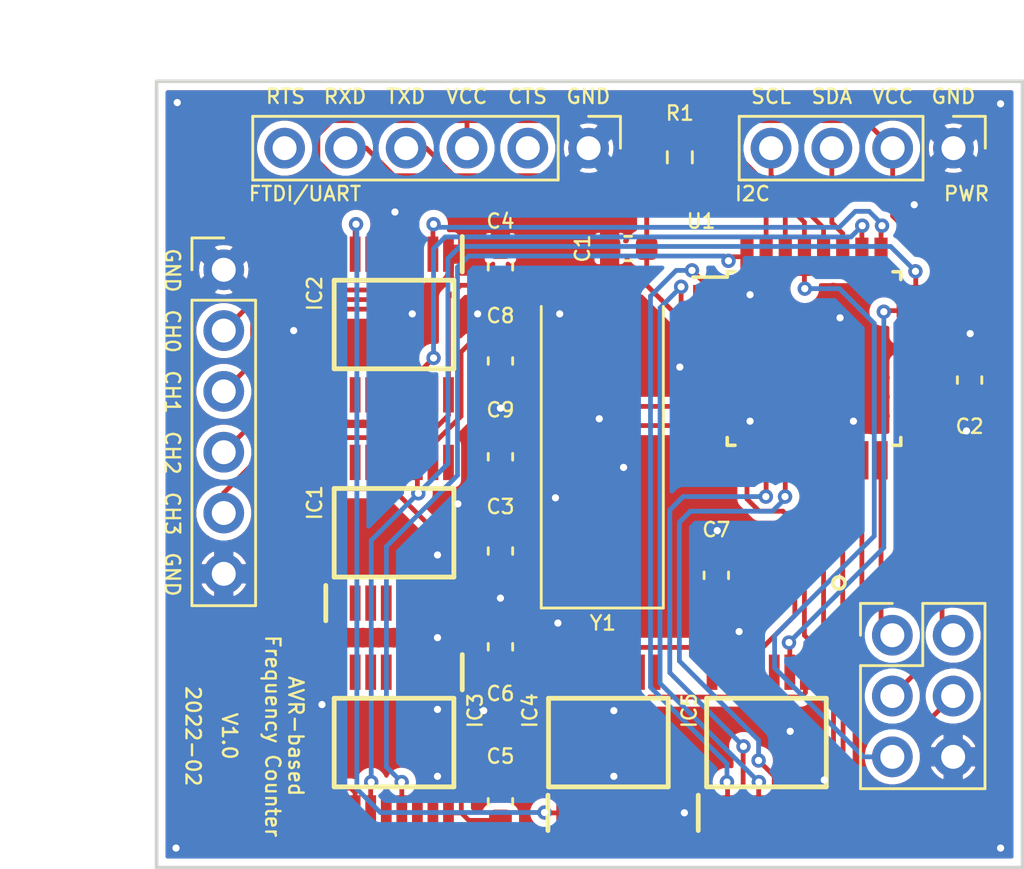
<source format=kicad_pcb>
(kicad_pcb (version 20171130) (host pcbnew 5.1.9+dfsg1-1~bpo10+1)
  (title_block (title "AVR-based Frequency Counter") (date 2022-02-26) (rev 1.0) (company "UAS Technikum Wien"))
  (layers (0 F.Cu signal) (31 B.Cu signal) (34 B.Paste user) (35 F.Paste user) (36 B.SilkS user) (37 F.SilkS user) (38 B.Mask user) (39 F.Mask user) (44 Edge.Cuts user))
  (net 0 "")
  (net 1 GND)
  (net 2 /4M)
  (net 3 +5V)
  (net 4 /PC1)
  (net 5 /1K)
  (net 6 /PC3)
  (net 7 /Y)
  (net 8 "Net-(IC2-Pad6)")
  (net 9 "Net-(IC2-Pad5)")
  (net 10 "Net-(IC2-Pad4)")
  (net 11 "Net-(IC2-Pad3)")
  (net 12 /PC2)
  (net 13 /GATE)
  (net 14 /CLK)
  (net 15 "Net-(IC4-Pad3)")
  (net 16 /T1)
  (net 17 /PC0)
  (net 18 /PB0)
  (net 19 /PB1)
  (net 20 /PB2)
  (net 21 /PD7)
  (net 22 /PD4)
  (net 23 /PD6)
  (net 24 /PD3)
  (net 25 /SCL)
  (net 26 /SDA)
  (net 27 /TXD)
  (net 28 /RXD)
  (net 29 /RST)
  (net 30 /MOSI)
  (net 31 /SCK)
  (net 32 /MISO)
  (net 33 "Net-(C9-Pad1)")
  (module Crystal:Crystal_SMD_HC49-SD (layer F.Cu) (at 151.257 103.8225 90)
    (fp_text reference Y1 (at -7.3279 0.0254) (layer F.SilkS) (effects (font (size 0.6 0.6) (thickness 0.1))))
    (fp_text value 4.096M)
    (pad 2 smd rect (at 4.25 0 90) (size 4.5 2) (layers F.Cu F.Paste F.Mask) (net 2 /4M))
    (pad 1 smd rect (at -4.25 0 90) (size 4.5 2) (layers F.Cu F.Paste F.Mask) (net 33 "Net-(C9-Pad1)"))
  )
  (module Capacitor_SMD:C_0603_1608Metric (layer F.Cu) (at 156.0195 109.1565 270)
    (fp_text reference C7 (at -1.905 0 180) (layer F.SilkS) (effects (font (size 0.6 0.6) (thickness 0.1))))
    (fp_text value 100n)
    (pad 2 smd roundrect (at 0.775 0 270) (size 0.9 0.95) (layers F.Cu F.Paste F.Mask) (net 3 +5V))
    (pad 1 smd roundrect (at -0.775 0 270) (size 0.9 0.95) (layers F.Cu F.Paste F.Mask) (net 1 GND))
  )
  (module Capacitor_SMD:C_0603_1608Metric (layer F.Cu) (at 147.0025 112.141 270)
    (fp_text reference C6 (at 1.9558 0 180) (layer F.SilkS) (effects (font (size 0.6 0.6) (thickness 0.1))))
    (fp_text value 100n)
    (pad 2 smd roundrect (at 0.775 0 270) (size 0.9 0.95) (layers F.Cu F.Paste F.Mask) (net 3 +5V))
    (pad 1 smd roundrect (at -0.775 0 270) (size 0.9 0.95) (layers F.Cu F.Paste F.Mask) (net 1 GND))
  )
  (module Capacitor_SMD:C_0603_1608Metric (layer F.Cu) (at 147.0025 118.618 270)
    (fp_text reference C5 (at -1.905 0 180) (layer F.SilkS) (effects (font (size 0.6 0.6) (thickness 0.1))))
    (fp_text value 100n)
    (pad 2 smd roundrect (at 0.775 0 270) (size 0.9 0.95) (layers F.Cu F.Paste F.Mask) (net 3 +5V))
    (pad 1 smd roundrect (at -0.775 0 270) (size 0.9 0.95) (layers F.Cu F.Paste F.Mask) (net 1 GND))
  )
  (module Capacitor_SMD:C_0603_1608Metric (layer F.Cu) (at 147.0025 96.266 270)
    (fp_text reference C4 (at -1.905 0 180) (layer F.SilkS) (effects (font (size 0.6 0.6) (thickness 0.1))))
    (fp_text value 100n)
    (pad 2 smd roundrect (at 0.775 0 270) (size 0.9 0.95) (layers F.Cu F.Paste F.Mask) (net 3 +5V))
    (pad 1 smd roundrect (at -0.775 0 270) (size 0.9 0.95) (layers F.Cu F.Paste F.Mask) (net 1 GND))
  )
  (module Capacitor_SMD:C_0603_1608Metric (layer F.Cu) (at 147.0025 108.1405 90)
    (fp_text reference C3 (at 1.8545 0 180) (layer F.SilkS) (effects (font (size 0.6 0.6) (thickness 0.1))))
    (fp_text value 100n)
    (pad 2 smd roundrect (at 0.775 0 90) (size 0.9 0.95) (layers F.Cu F.Paste F.Mask) (net 3 +5V))
    (pad 1 smd roundrect (at -0.775 0 90) (size 0.9 0.95) (layers F.Cu F.Paste F.Mask) (net 1 GND))
  )
  (module Capacitor_SMD:C_0603_1608Metric (layer F.Cu) (at 166.6 101 270)
    (fp_text reference C2 (at 1.9335 0 180) (layer F.SilkS) (effects (font (size 0.6 0.6) (thickness 0.1))))
    (fp_text value 100n)
    (pad 2 smd roundrect (at 0.775 0 270) (size 0.9 0.95) (layers F.Cu F.Paste F.Mask) (net 3 +5V))
    (pad 1 smd roundrect (at -0.775 0 270) (size 0.9 0.95) (layers F.Cu F.Paste F.Mask) (net 1 GND))
  )
  (module Capacitor_SMD:C_0603_1608Metric (layer F.Cu) (at 152.3365 95.504)
    (fp_text reference C1 (at -1.905 0 270) (layer F.SilkS) (effects (font (size 0.6 0.6) (thickness 0.1))))
    (fp_text value 100n)
    (pad 2 smd roundrect (at 0.775 0) (size 0.9 0.95) (layers F.Cu F.Paste F.Mask) (net 3 +5V))
    (pad 1 smd roundrect (at -0.775 0) (size 0.9 0.95) (layers F.Cu F.Paste F.Mask) (net 1 GND))
  )
  (module Package_QFP:TQFP-32_7x7mm_P0.8mm (layer F.Cu) (at 160.1 100.1)
    (fp_text reference U1 (at -4.7155 -5.739) (layer F.SilkS) (effects (font (size 0.6 0.6) (thickness 0.1))))
    (fp_text value ATmega8-16AU)
    (pad 32 smd rect (at -2.8 -4.25 90) (size 1.6 0.55) (layers F.Cu F.Paste F.Mask) (net 13 /GATE))
    (pad 31 smd rect (at -2 -4.25 90) (size 1.6 0.55) (layers F.Cu F.Paste F.Mask) (net 27 /TXD))
    (pad 30 smd rect (at -1.2 -4.25 90) (size 1.6 0.55) (layers F.Cu F.Paste F.Mask) (net 28 /RXD))
    (pad 29 smd rect (at -0.4 -4.25 90) (size 1.6 0.55) (layers F.Cu F.Paste F.Mask) (net 29 /RST))
    (pad 28 smd rect (at 0.4 -4.25 90) (size 1.6 0.55) (layers F.Cu F.Paste F.Mask) (net 25 /SCL))
    (pad 27 smd rect (at 1.2 -4.25 90) (size 1.6 0.55) (layers F.Cu F.Paste F.Mask) (net 26 /SDA))
    (pad 26 smd rect (at 2 -4.25 90) (size 1.6 0.55) (layers F.Cu F.Paste F.Mask) (net 6 /PC3))
    (pad 25 smd rect (at 2.8 -4.25 90) (size 1.6 0.55) (layers F.Cu F.Paste F.Mask) (net 12 /PC2))
    (pad 24 smd rect (at 4.25 -2.8) (size 1.6 0.55) (layers F.Cu F.Paste F.Mask) (net 4 /PC1))
    (pad 23 smd rect (at 4.25 -2) (size 1.6 0.55) (layers F.Cu F.Paste F.Mask) (net 17 /PC0))
    (pad 22 smd rect (at 4.25 -1.2) (size 1.6 0.55) (layers F.Cu F.Paste F.Mask))
    (pad 21 smd rect (at 4.25 -0.4) (size 1.6 0.55) (layers F.Cu F.Paste F.Mask) (net 1 GND))
    (pad 20 smd rect (at 4.25 0.4) (size 1.6 0.55) (layers F.Cu F.Paste F.Mask) (net 3 +5V))
    (pad 19 smd rect (at 4.25 1.2) (size 1.6 0.55) (layers F.Cu F.Paste F.Mask))
    (pad 18 smd rect (at 4.25 2) (size 1.6 0.55) (layers F.Cu F.Paste F.Mask) (net 3 +5V))
    (pad 17 smd rect (at 4.25 2.8) (size 1.6 0.55) (layers F.Cu F.Paste F.Mask) (net 31 /SCK))
    (pad 16 smd rect (at 2.8 4.25 90) (size 1.6 0.55) (layers F.Cu F.Paste F.Mask) (net 32 /MISO))
    (pad 15 smd rect (at 2 4.25 90) (size 1.6 0.55) (layers F.Cu F.Paste F.Mask) (net 30 /MOSI))
    (pad 14 smd rect (at 1.2 4.25 90) (size 1.6 0.55) (layers F.Cu F.Paste F.Mask) (net 20 /PB2))
    (pad 13 smd rect (at 0.4 4.25 90) (size 1.6 0.55) (layers F.Cu F.Paste F.Mask) (net 19 /PB1))
    (pad 12 smd rect (at -0.4 4.25 90) (size 1.6 0.55) (layers F.Cu F.Paste F.Mask) (net 18 /PB0))
    (pad 11 smd rect (at -1.2 4.25 90) (size 1.6 0.55) (layers F.Cu F.Paste F.Mask) (net 21 /PD7))
    (pad 10 smd rect (at -2 4.25 90) (size 1.6 0.55) (layers F.Cu F.Paste F.Mask) (net 23 /PD6))
    (pad 9 smd rect (at -2.8 4.25 90) (size 1.6 0.55) (layers F.Cu F.Paste F.Mask) (net 16 /T1))
    (pad 8 smd rect (at -4.25 2.8) (size 1.6 0.55) (layers F.Cu F.Paste F.Mask) (net 33 "Net-(C9-Pad1)"))
    (pad 7 smd rect (at -4.25 2) (size 1.6 0.55) (layers F.Cu F.Paste F.Mask) (net 2 /4M))
    (pad 6 smd rect (at -4.25 1.2) (size 1.6 0.55) (layers F.Cu F.Paste F.Mask) (net 3 +5V))
    (pad 5 smd rect (at -4.25 0.4) (size 1.6 0.55) (layers F.Cu F.Paste F.Mask) (net 1 GND))
    (pad 4 smd rect (at -4.25 -0.4) (size 1.6 0.55) (layers F.Cu F.Paste F.Mask) (net 3 +5V))
    (pad 3 smd rect (at -4.25 -1.2) (size 1.6 0.55) (layers F.Cu F.Paste F.Mask) (net 1 GND))
    (pad 2 smd rect (at -4.25 -2) (size 1.6 0.55) (layers F.Cu F.Paste F.Mask) (net 22 /PD4))
    (pad 1 smd rect (at -4.25 -2.8) (size 1.6 0.55) (layers F.Cu F.Paste F.Mask) (net 24 /PD3))
  )
  (module Resistor_SMD:R_0603_1608Metric (layer F.Cu) (at 154.4955 91.694 90)
    (fp_text reference R1 (at 1.8415 0 180) (layer F.SilkS) (effects (font (size 0.6 0.6) (thickness 0.1))))
    (fp_text value 4k7)
    (pad 1 smd roundrect (at -0.825 0 90) (size 0.8 0.95) (layers F.Cu F.Paste F.Mask) (net 3 +5V))
    (pad 2 smd roundrect (at 0.825 0 90) (size 0.8 0.95) (layers F.Cu F.Paste F.Mask) (net 29 /RST))
  )
  (module Connector_PinHeader_2.54mm:PinHeader_2x03_P2.54mm_Vertical (layer F.Cu) (at 163.3728 111.6584)
    (fp_text reference J4 hide)
    (fp_text value AVR-ISP-6)
    (pad 6 thru_hole oval (at 2.54 5.08) (size 1.7 1.7) (drill 1) (layers *.Cu *.Mask) (net 1 GND))
    (pad 5 thru_hole oval (at 0 5.08) (size 1.7 1.7) (drill 1) (layers *.Cu *.Mask) (net 29 /RST))
    (pad 4 thru_hole oval (at 2.54 2.54) (size 1.7 1.7) (drill 1) (layers *.Cu *.Mask) (net 30 /MOSI))
    (pad 3 thru_hole oval (at 0 2.54) (size 1.7 1.7) (drill 1) (layers *.Cu *.Mask) (net 31 /SCK))
    (pad 2 thru_hole oval (at 2.54 0) (size 1.7 1.7) (drill 1) (layers *.Cu *.Mask) (net 3 +5V))
    (pad 1 thru_hole circle (at 0 0) (size 1.7 1.7) (drill 1) (layers *.Cu *.Mask) (net 32 /MISO))
  )
  (module Connector_PinHeader_2.54mm:PinHeader_1x06_P2.54mm_Vertical (layer F.Cu) (at 135.4455 96.393)
    (fp_text reference J3 hide)
    (fp_text value Input)
    (pad 6 thru_hole oval (at 0 12.7) (size 1.7 1.7) (drill 1) (layers *.Cu *.Mask) (net 1 GND))
    (pad 5 thru_hole oval (at 0 10.16) (size 1.7 1.7) (drill 1) (layers *.Cu *.Mask) (net 11 "Net-(IC2-Pad3)"))
    (pad 4 thru_hole oval (at 0 7.62) (size 1.7 1.7) (drill 1) (layers *.Cu *.Mask) (net 10 "Net-(IC2-Pad4)"))
    (pad 3 thru_hole oval (at 0 5.08) (size 1.7 1.7) (drill 1) (layers *.Cu *.Mask) (net 9 "Net-(IC2-Pad5)"))
    (pad 2 thru_hole oval (at 0 2.54) (size 1.7 1.7) (drill 1) (layers *.Cu *.Mask) (net 8 "Net-(IC2-Pad6)"))
    (pad 1 thru_hole circle (at 0 0) (size 1.7 1.7) (drill 1) (layers *.Cu *.Mask) (net 1 GND))
  )
  (module Connector_PinHeader_2.54mm:PinHeader_1x06_P2.54mm_Vertical (layer F.Cu) (at 150.6855 91.313 270)
    (fp_text reference J2 hide)
    (fp_text value FTDI)
    (pad 6 thru_hole oval (at 0 12.7 270) (size 1.7 1.7) (drill 1) (layers *.Cu *.Mask))
    (pad 5 thru_hole oval (at 0 10.16 270) (size 1.7 1.7) (drill 1) (layers *.Cu *.Mask) (net 27 /TXD))
    (pad 4 thru_hole oval (at 0 7.62 270) (size 1.7 1.7) (drill 1) (layers *.Cu *.Mask) (net 28 /RXD))
    (pad 3 thru_hole oval (at 0 5.08 270) (size 1.7 1.7) (drill 1) (layers *.Cu *.Mask) (net 3 +5V))
    (pad 2 thru_hole oval (at 0 2.54 270) (size 1.7 1.7) (drill 1) (layers *.Cu *.Mask))
    (pad 1 thru_hole circle (at 0 0 270) (size 1.7 1.7) (drill 1) (layers *.Cu *.Mask) (net 1 GND))
  )
  (module Connector_PinHeader_2.54mm:PinHeader_1x04_P2.54mm_Vertical (layer F.Cu) (at 165.9255 91.313 270)
    (fp_text reference J1 hide)
    (fp_text value PWR/I2C)
    (pad 4 thru_hole oval (at 0 7.62 270) (size 1.7 1.7) (drill 1) (layers *.Cu *.Mask) (net 25 /SCL))
    (pad 3 thru_hole oval (at 0 5.08 270) (size 1.7 1.7) (drill 1) (layers *.Cu *.Mask) (net 26 /SDA))
    (pad 2 thru_hole oval (at 0 2.54 270) (size 1.7 1.7) (drill 1) (layers *.Cu *.Mask) (net 3 +5V))
    (pad 1 thru_hole circle (at 0 0 270) (size 1.7 1.7) (drill 1) (layers *.Cu *.Mask) (net 1 GND))
  )
  (module myfootprint:SOP65P640X120-16N (layer F.Cu) (at 158.115 116.1415 90)
    (fp_text reference IC5 (at 1.3335 -3.2258 90) (layer F.SilkS) (effects (font (size 0.6 0.6) (thickness 0.1))))
    (fp_text value SN74HC4040PW hide)
    (pad 16 smd rect (at 2.938 -2.275 180) (size 0.45 1.475) (layers F.Cu F.Paste F.Mask) (net 3 +5V))
    (pad 15 smd rect (at 2.938 -1.625 180) (size 0.45 1.475) (layers F.Cu F.Paste F.Mask))
    (pad 14 smd rect (at 2.938 -0.975 180) (size 0.45 1.475) (layers F.Cu F.Paste F.Mask))
    (pad 13 smd rect (at 2.938 -0.325 180) (size 0.45 1.475) (layers F.Cu F.Paste F.Mask) (net 16 /T1))
    (pad 12 smd rect (at 2.938 0.325 180) (size 0.45 1.475) (layers F.Cu F.Paste F.Mask))
    (pad 11 smd rect (at 2.938 0.975 180) (size 0.45 1.475) (layers F.Cu F.Paste F.Mask) (net 17 /PC0))
    (pad 10 smd rect (at 2.938 1.625 180) (size 0.45 1.475) (layers F.Cu F.Paste F.Mask) (net 14 /CLK))
    (pad 9 smd rect (at 2.938 2.275 180) (size 0.45 1.475) (layers F.Cu F.Paste F.Mask) (net 18 /PB0))
    (pad 8 smd rect (at -2.938 2.275 180) (size 0.45 1.475) (layers F.Cu F.Paste F.Mask) (net 1 GND))
    (pad 7 smd rect (at -2.938 1.625 180) (size 0.45 1.475) (layers F.Cu F.Paste F.Mask) (net 19 /PB1))
    (pad 6 smd rect (at -2.938 0.975 180) (size 0.45 1.475) (layers F.Cu F.Paste F.Mask) (net 20 /PB2))
    (pad 5 smd rect (at -2.938 0.325 180) (size 0.45 1.475) (layers F.Cu F.Paste F.Mask) (net 21 /PD7))
    (pad 4 smd rect (at -2.938 -0.325 180) (size 0.45 1.475) (layers F.Cu F.Paste F.Mask) (net 22 /PD4))
    (pad 3 smd rect (at -2.938 -0.975 180) (size 0.45 1.475) (layers F.Cu F.Paste F.Mask) (net 23 /PD6))
    (pad 2 smd rect (at -2.938 -1.625 180) (size 0.45 1.475) (layers F.Cu F.Paste F.Mask) (net 24 /PD3))
    (pad 1 smd rect (at -2.938 -2.275 180) (size 0.45 1.475) (layers F.Cu F.Paste F.Mask))
  )
  (module myfootprint:SOP65P640X120-14N (layer F.Cu) (at 151.511 116.1415 90)
    (fp_text reference IC4 (at 1.3335 -3.2766 90) (layer F.SilkS) (effects (font (size 0.6 0.6) (thickness 0.1))))
    (fp_text value SN74HC00PW hide)
    (pad 14 smd rect (at 2.938 -1.95 180) (size 0.45 1.475) (layers F.Cu F.Paste F.Mask) (net 3 +5V))
    (pad 13 smd rect (at 2.938 -1.3 180) (size 0.45 1.475) (layers F.Cu F.Paste F.Mask))
    (pad 12 smd rect (at 2.938 -0.65 180) (size 0.45 1.475) (layers F.Cu F.Paste F.Mask))
    (pad 11 smd rect (at 2.938 0 180) (size 0.45 1.475) (layers F.Cu F.Paste F.Mask))
    (pad 10 smd rect (at 2.938 0.65 180) (size 0.45 1.475) (layers F.Cu F.Paste F.Mask))
    (pad 9 smd rect (at 2.938 1.3 180) (size 0.45 1.475) (layers F.Cu F.Paste F.Mask))
    (pad 8 smd rect (at 2.938 1.95 180) (size 0.45 1.475) (layers F.Cu F.Paste F.Mask))
    (pad 7 smd rect (at -2.938 1.95 180) (size 0.45 1.475) (layers F.Cu F.Paste F.Mask) (net 1 GND))
    (pad 6 smd rect (at -2.938 1.3 180) (size 0.45 1.475) (layers F.Cu F.Paste F.Mask) (net 14 /CLK))
    (pad 5 smd rect (at -2.938 0.65 180) (size 0.45 1.475) (layers F.Cu F.Paste F.Mask) (net 13 /GATE))
    (pad 4 smd rect (at -2.938 0 180) (size 0.45 1.475) (layers F.Cu F.Paste F.Mask) (net 15 "Net-(IC4-Pad3)"))
    (pad 3 smd rect (at -2.938 -0.65 180) (size 0.45 1.475) (layers F.Cu F.Paste F.Mask) (net 15 "Net-(IC4-Pad3)"))
    (pad 2 smd rect (at -2.938 -1.3 180) (size 0.45 1.475) (layers F.Cu F.Paste F.Mask) (net 7 /Y))
    (pad 1 smd rect (at -2.938 -1.95 180) (size 0.45 1.475) (layers F.Cu F.Paste F.Mask) (net 7 /Y))
  )
  (module myfootprint:SOP65P640X120-16N (layer F.Cu) (at 142.5575 116.1415 270)
    (fp_text reference IC3 (at -1.3335 -3.3909 270) (layer F.SilkS) (effects (font (size 0.6 0.6) (thickness 0.1))))
    (fp_text value SN74HC4040PW hide)
    (pad 1 smd rect (at -2.938 -2.275) (size 0.45 1.475) (layers F.Cu F.Paste F.Mask))
    (pad 2 smd rect (at -2.938 -1.625) (size 0.45 1.475) (layers F.Cu F.Paste F.Mask))
    (pad 3 smd rect (at -2.938 -0.975) (size 0.45 1.475) (layers F.Cu F.Paste F.Mask))
    (pad 4 smd rect (at -2.938 -0.325) (size 0.45 1.475) (layers F.Cu F.Paste F.Mask))
    (pad 5 smd rect (at -2.938 0.325) (size 0.45 1.475) (layers F.Cu F.Paste F.Mask))
    (pad 6 smd rect (at -2.938 0.975) (size 0.45 1.475) (layers F.Cu F.Paste F.Mask))
    (pad 7 smd rect (at -2.938 1.625) (size 0.45 1.475) (layers F.Cu F.Paste F.Mask))
    (pad 8 smd rect (at -2.938 2.275) (size 0.45 1.475) (layers F.Cu F.Paste F.Mask) (net 1 GND))
    (pad 9 smd rect (at 2.938 2.275) (size 0.45 1.475) (layers F.Cu F.Paste F.Mask))
    (pad 10 smd rect (at 2.938 1.625) (size 0.45 1.475) (layers F.Cu F.Paste F.Mask) (net 5 /1K))
    (pad 11 smd rect (at 2.938 0.975) (size 0.45 1.475) (layers F.Cu F.Paste F.Mask) (net 4 /PC1))
    (pad 12 smd rect (at 2.938 0.325) (size 0.45 1.475) (layers F.Cu F.Paste F.Mask))
    (pad 13 smd rect (at 2.938 -0.325) (size 0.45 1.475) (layers F.Cu F.Paste F.Mask) (net 13 /GATE))
    (pad 14 smd rect (at 2.938 -0.975) (size 0.45 1.475) (layers F.Cu F.Paste F.Mask))
    (pad 15 smd rect (at 2.938 -1.625) (size 0.45 1.475) (layers F.Cu F.Paste F.Mask))
    (pad 16 smd rect (at 2.938 -2.275) (size 0.45 1.475) (layers F.Cu F.Paste F.Mask) (net 3 +5V))
  )
  (module myfootprint:SOP65P640X120-16N (layer F.Cu) (at 142.5575 98.679 270)
    (fp_text reference IC2 (at -1.2954 3.3147 90) (layer F.SilkS) (effects (font (size 0.6 0.6) (thickness 0.1))))
    (fp_text value SN74HC153PW hide)
    (pad 16 smd rect (at 2.938 -2.275) (size 0.45 1.475) (layers F.Cu F.Paste F.Mask) (net 3 +5V))
    (pad 15 smd rect (at 2.938 -1.625) (size 0.45 1.475) (layers F.Cu F.Paste F.Mask))
    (pad 14 smd rect (at 2.938 -0.975) (size 0.45 1.475) (layers F.Cu F.Paste F.Mask) (net 6 /PC3))
    (pad 13 smd rect (at 2.938 -0.325) (size 0.45 1.475) (layers F.Cu F.Paste F.Mask))
    (pad 12 smd rect (at 2.938 0.325) (size 0.45 1.475) (layers F.Cu F.Paste F.Mask))
    (pad 11 smd rect (at 2.938 0.975) (size 0.45 1.475) (layers F.Cu F.Paste F.Mask))
    (pad 10 smd rect (at 2.938 1.625) (size 0.45 1.475) (layers F.Cu F.Paste F.Mask))
    (pad 9 smd rect (at 2.938 2.275) (size 0.45 1.475) (layers F.Cu F.Paste F.Mask))
    (pad 8 smd rect (at -2.938 2.275) (size 0.45 1.475) (layers F.Cu F.Paste F.Mask) (net 1 GND))
    (pad 7 smd rect (at -2.938 1.625) (size 0.45 1.475) (layers F.Cu F.Paste F.Mask) (net 7 /Y))
    (pad 6 smd rect (at -2.938 0.975) (size 0.45 1.475) (layers F.Cu F.Paste F.Mask) (net 8 "Net-(IC2-Pad6)"))
    (pad 5 smd rect (at -2.938 0.325) (size 0.45 1.475) (layers F.Cu F.Paste F.Mask) (net 9 "Net-(IC2-Pad5)"))
    (pad 4 smd rect (at -2.938 -0.325) (size 0.45 1.475) (layers F.Cu F.Paste F.Mask) (net 10 "Net-(IC2-Pad4)"))
    (pad 3 smd rect (at -2.938 -0.975) (size 0.45 1.475) (layers F.Cu F.Paste F.Mask) (net 11 "Net-(IC2-Pad3)"))
    (pad 2 smd rect (at -2.938 -1.625) (size 0.45 1.475) (layers F.Cu F.Paste F.Mask) (net 12 /PC2))
    (pad 1 smd rect (at -2.938 -2.275) (size 0.45 1.475) (layers F.Cu F.Paste F.Mask) (net 1 GND))
  )
  (module myfootprint:SOP65P640X120-16N (layer F.Cu) (at 142.5575 107.3785 90)
    (fp_text reference IC1 (at 1.2573 -3.3147 90) (layer F.SilkS) (effects (font (size 0.6 0.6) (thickness 0.1))))
    (fp_text value SN74HC4040PW hide)
    (pad 16 smd rect (at 2.938 -2.275 180) (size 0.45 1.475) (layers F.Cu F.Paste F.Mask) (net 3 +5V))
    (pad 15 smd rect (at 2.938 -1.625 180) (size 0.45 1.475) (layers F.Cu F.Paste F.Mask))
    (pad 14 smd rect (at 2.938 -0.975 180) (size 0.45 1.475) (layers F.Cu F.Paste F.Mask))
    (pad 13 smd rect (at 2.938 -0.325 180) (size 0.45 1.475) (layers F.Cu F.Paste F.Mask))
    (pad 12 smd rect (at 2.938 0.325 180) (size 0.45 1.475) (layers F.Cu F.Paste F.Mask))
    (pad 11 smd rect (at 2.938 0.975 180) (size 0.45 1.475) (layers F.Cu F.Paste F.Mask) (net 4 /PC1))
    (pad 10 smd rect (at 2.938 1.625 180) (size 0.45 1.475) (layers F.Cu F.Paste F.Mask) (net 2 /4M))
    (pad 9 smd rect (at 2.938 2.275 180) (size 0.45 1.475) (layers F.Cu F.Paste F.Mask))
    (pad 8 smd rect (at -2.938 2.275 180) (size 0.45 1.475) (layers F.Cu F.Paste F.Mask) (net 1 GND))
    (pad 7 smd rect (at -2.938 1.625 180) (size 0.45 1.475) (layers F.Cu F.Paste F.Mask))
    (pad 6 smd rect (at -2.938 0.975 180) (size 0.45 1.475) (layers F.Cu F.Paste F.Mask))
    (pad 5 smd rect (at -2.938 0.325 180) (size 0.45 1.475) (layers F.Cu F.Paste F.Mask))
    (pad 4 smd rect (at -2.938 -0.325 180) (size 0.45 1.475) (layers F.Cu F.Paste F.Mask))
    (pad 3 smd rect (at -2.938 -0.975 180) (size 0.45 1.475) (layers F.Cu F.Paste F.Mask))
    (pad 2 smd rect (at -2.938 -1.625 180) (size 0.45 1.475) (layers F.Cu F.Paste F.Mask))
    (pad 1 smd rect (at -2.938 -2.275 180) (size 0.45 1.475) (layers F.Cu F.Paste F.Mask) (net 5 /1K))
  )
  (module Capacitor_SMD:C_0603_1608Metric (layer F.Cu) (at 147.0025 104.2035 90)
    (fp_text reference C9 (at 1.9555 0 180) (layer F.SilkS) (effects (font (size 0.6 0.6) (thickness 0.1))))
    (fp_text value 18p)
    (pad 2 smd roundrect (at 0.775 0 90) (size 0.9 0.95) (layers F.Cu F.Paste F.Mask) (net 1 GND))
    (pad 1 smd roundrect (at -0.775 0 90) (size 0.9 0.95) (layers F.Cu F.Paste F.Mask) (net 33 "Net-(C9-Pad1)"))
  )
  (module Capacitor_SMD:C_0603_1608Metric (layer F.Cu) (at 147.0025 100.203 270)
    (fp_text reference C8 (at -1.892 0 180) (layer F.SilkS) (effects (font (size 0.6 0.6) (thickness 0.1))))
    (fp_text value 18p)
    (pad 2 smd roundrect (at 0.775 0 270) (size 0.9 0.95) (layers F.Cu F.Paste F.Mask) (net 1 GND))
    (pad 1 smd roundrect (at -0.775 0 270) (size 0.9 0.95) (layers F.Cu F.Paste F.Mask) (net 2 /4M))
  )
  (gr_text 2022-02 (at 134.1628 115.8748 -90) (layer F.SilkS) (effects (font (size 0.6 0.6) (thickness 0.1))))
  (gr_text V1.0 (at 135.6868 115.8748 -90) (layer F.SilkS) (effects (font (size 0.6 0.6) (thickness 0.1))))
  (gr_text "AVR-based\nFrequency Counter" (at 137.9728 115.8748 270) (layer F.SilkS) (effects (font (size 0.6 0.6) (thickness 0.1))))
  (gr_text GND (at 133.2992 109.1184 270) (layer F.SilkS) (effects (font (size 0.6 0.6) (thickness 0.1))))
  (gr_text CH3 (at 133.2992 106.5784 270) (layer F.SilkS) (effects (font (size 0.6 0.6) (thickness 0.1))))
  (gr_text CH2 (at 133.2992 104.0384 270) (layer F.SilkS) (effects (font (size 0.6 0.6) (thickness 0.1))))
  (gr_text CH1 (at 133.2992 101.4984 270) (layer F.SilkS) (effects (font (size 0.6 0.6) (thickness 0.1))))
  (gr_text CH0 (at 133.2992 98.9584 270) (layer F.SilkS) (effects (font (size 0.6 0.6) (thickness 0.1))))
  (gr_text GND (at 133.2992 96.4184 270) (layer F.SilkS) (effects (font (size 0.6 0.6) (thickness 0.1))))
  (gr_text PWR (at 166.4716 93.218) (layer F.SilkS) (effects (font (size 0.6 0.6) (thickness 0.1))))
  (gr_text I2C (at 157.5308 93.218) (layer F.SilkS) (effects (font (size 0.6 0.6) (thickness 0.1))))
  (gr_text FTDI/UART (at 138.8364 93.218) (layer F.SilkS) (effects (font (size 0.6 0.6) (thickness 0.1))))
  (gr_text RTS (at 138.0236 89.154) (layer F.SilkS) (effects (font (size 0.6 0.6) (thickness 0.1))))
  (gr_text RXD (at 140.5128 89.154) (layer F.SilkS) (effects (font (size 0.6 0.6) (thickness 0.1))))
  (gr_text TXD (at 143.0528 89.154) (layer F.SilkS) (effects (font (size 0.6 0.6) (thickness 0.1))))
  (gr_text VCC (at 145.5928 89.154) (layer F.SilkS) (effects (font (size 0.6 0.6) (thickness 0.1))))
  (gr_text CTS (at 148.1328 89.154) (layer F.SilkS) (effects (font (size 0.6 0.6) (thickness 0.1))))
  (gr_text GND (at 150.6728 89.154) (layer F.SilkS) (effects (font (size 0.6 0.6) (thickness 0.1))))
  (gr_circle (center 161.1376 109.474) (end 161.3916 109.474) (layer F.SilkS) (width 0.15))
  (gr_line (start 132.6388 121.3612) (end 132.6388 88.519) (layer Edge.Cuts) (width 0.15))
  (gr_line (start 168.8084 121.3612) (end 132.6388 121.3612) (layer Edge.Cuts) (width 0.15))
  (gr_line (start 168.8084 88.519) (end 168.8084 121.3612) (layer Edge.Cuts) (width 0.15))
  (gr_line (start 132.6388 88.519) (end 168.8084 88.519) (layer Edge.Cuts) (width 0.15))
  (gr_text SCL (at 158.3055 89.154) (layer F.SilkS) (effects (font (size 0.6 0.6) (thickness 0.1))))
  (gr_text SDA (at 160.8455 89.154) (layer F.SilkS) (effects (font (size 0.6 0.6) (thickness 0.1))))
  (gr_text VCC (at 163.3855 89.154) (layer F.SilkS) (effects (font (size 0.6 0.6) (thickness 0.1))))
  (gr_text GND (at 165.9255 89.154) (layer F.SilkS) (effects (font (size 0.6 0.6) (thickness 0.1))))
  (via (at 154.4955 100.457) (size 0.6) (drill 0.3) (layers F.Cu B.Cu) (net 1))
  (via (at 143.3195 98.2345) (size 0.6) (drill 0.3) (layers F.Cu B.Cu) (net 1))
  (via (at 138.3665 98.933) (size 0.6) (drill 0.3) (layers F.Cu B.Cu) (net 1))
  (via (at 145.2245 106.172) (size 0.6) (drill 0.3) (layers F.Cu B.Cu) (net 1))
  (via (at 147.0025 110.109) (size 0.6) (drill 0.3) (layers F.Cu B.Cu) (net 1))
  (via (at 146.05 98.2345) (size 0.6) (drill 0.3) (layers F.Cu B.Cu) (net 1))
  (via (at 149.479 98.2345) (size 0.6) (drill 0.3) (layers F.Cu B.Cu) (net 1))
  (via (at 151.13 102.616) (size 0.6) (drill 0.3) (layers F.Cu B.Cu) (net 1))
  (via (at 147.0025 102.1715) (size 0.6) (drill 0.3) (layers F.Cu B.Cu) (net 1))
  (via (at 160.528 117.7036) (size 0.6) (drill 0.3) (layers F.Cu B.Cu) (net 1))
  (via (at 157.4292 102.7176) (size 0.6) (drill 0.3) (layers F.Cu B.Cu) (net 1))
  (via (at 157.4292 97.4344) (size 0.6) (drill 0.3) (layers F.Cu B.Cu) (net 1))
  (via (at 161.7472 102.7176) (size 0.6) (drill 0.3) (layers F.Cu B.Cu) (net 1))
  (via (at 161.1884 98.3996) (size 0.6) (drill 0.3) (layers F.Cu B.Cu) (net 1))
  (via (at 166.624 99.06) (size 0.6) (drill 0.3) (layers F.Cu B.Cu) (net 1))
  (via (at 167.894 89.4588) (size 0.6) (drill 0.3) (layers F.Cu B.Cu) (net 1))
  (via (at 133.5024 89.408) (size 0.6) (drill 0.3) (layers F.Cu B.Cu) (net 1))
  (via (at 133.4516 120.5484) (size 0.6) (drill 0.3) (layers F.Cu B.Cu) (net 1))
  (via (at 167.894 120.5484) (size 0.6) (drill 0.3) (layers F.Cu B.Cu) (net 1))
  (via (at 159.1056 115.6716) (size 0.6) (drill 0.3) (layers F.Cu B.Cu) (net 1))
  (via (at 154.686 119.0752) (size 0.6) (drill 0.3) (layers F.Cu B.Cu) (net 1))
  (via (at 151.7396 114.808) (size 0.6) (drill 0.3) (layers F.Cu B.Cu) (net 1))
  (via (at 151.7396 117.5512) (size 0.6) (drill 0.3) (layers F.Cu B.Cu) (net 1))
  (via (at 146.304 114.808) (size 0.6) (drill 0.3) (layers F.Cu B.Cu) (net 1))
  (via (at 144.3736 117.5512) (size 0.6) (drill 0.3) (layers F.Cu B.Cu) (net 1))
  (via (at 144.3736 114.7572) (size 0.6) (drill 0.3) (layers F.Cu B.Cu) (net 1))
  (via (at 144.3736 111.76) (size 0.6) (drill 0.3) (layers F.Cu B.Cu) (net 1))
  (via (at 144.3736 108.3056) (size 0.6) (drill 0.3) (layers F.Cu B.Cu) (net 1))
  (via (at 149.4028 111.1504) (size 0.6) (drill 0.3) (layers F.Cu B.Cu) (net 1))
  (via (at 156.0576 107.2896) (size 0.6) (drill 0.3) (layers F.Cu B.Cu) (net 1))
  (via (at 152.146 104.648) (size 0.6) (drill 0.3) (layers F.Cu B.Cu) (net 1))
  (via (at 156.972 111.506) (size 0.6) (drill 0.3) (layers F.Cu B.Cu) (net 1))
  (via (at 166.4716 103.124) (size 0.6) (drill 0.3) (layers F.Cu B.Cu) (net 1))
  (via (at 139.5476 114.554) (size 0.6) (drill 0.3) (layers F.Cu B.Cu) (net 1))
  (via (at 149.3012 105.918) (size 0.6) (drill 0.3) (layers F.Cu B.Cu) (net 1))
  (via (at 142.5956 93.98) (size 0.6) (drill 0.3) (layers F.Cu B.Cu) (net 1))
  (via (at 164.2872 93.6752) (size 0.6) (drill 0.3) (layers F.Cu B.Cu) (net 1))
  (segment (start 151.1125 99.428) (end 151.257 99.5725) (width 0.2) (layer F.Cu) (net 2))
  (segment (start 147.0025 99.428) (end 151.1125 99.428) (width 0.2) (layer F.Cu) (net 2))
  (segment (start 155.85 102.1) (end 152.2015 102.1) (width 0.2) (layer F.Cu) (net 2))
  (segment (start 151.257 101.1555) (end 151.257 99.5725) (width 0.2) (layer F.Cu) (net 2))
  (segment (start 152.2015 102.1) (end 151.257 101.1555) (width 0.2) (layer F.Cu) (net 2))
  (segment (start 145.357501 102.5102) (end 145.357501 99.828001) (width 0.2) (layer F.Cu) (net 2))
  (segment (start 144.1825 104.4405) (end 144.1825 103.685201) (width 0.2) (layer F.Cu) (net 2))
  (segment (start 144.1825 103.685201) (end 145.357501 102.5102) (width 0.2) (layer F.Cu) (net 2))
  (segment (start 145.757502 99.428) (end 147.0025 99.428) (width 0.2) (layer F.Cu) (net 2))
  (segment (start 145.357501 99.828001) (end 145.757502 99.428) (width 0.2) (layer F.Cu) (net 2))
  (segment (start 165.450001 100.784999) (end 165.450001 101.815001) (width 0.2) (layer F.Cu) (net 3))
  (segment (start 165.165002 100.5) (end 165.450001 100.784999) (width 0.2) (layer F.Cu) (net 3))
  (segment (start 164.35 100.5) (end 165.165002 100.5) (width 0.2) (layer F.Cu) (net 3))
  (segment (start 166.559999 101.815001) (end 166.6 101.775) (width 0.2) (layer F.Cu) (net 3))
  (segment (start 165.450001 101.815001) (end 166.559999 101.815001) (width 0.2) (layer F.Cu) (net 3))
  (segment (start 145.6055 90.17) (end 145.598499 90.162999) (width 0.2) (layer F.Cu) (net 3))
  (segment (start 145.6055 91.313) (end 145.6055 90.17) (width 0.2) (layer F.Cu) (net 3))
  (segment (start 153.72049 90.296008) (end 153.853499 90.162999) (width 0.2) (layer F.Cu) (net 3))
  (segment (start 153.72049 91.74399) (end 153.72049 90.296008) (width 0.2) (layer F.Cu) (net 3))
  (segment (start 154.4955 92.519) (end 153.72049 91.74399) (width 0.2) (layer F.Cu) (net 3))
  (segment (start 153.853499 90.162999) (end 145.598499 90.162999) (width 0.2) (layer F.Cu) (net 3))
  (segment (start 150.016999 97.022499) (end 153.092999 97.022499) (width 0.2) (layer F.Cu) (net 3))
  (segment (start 153.092999 97.022499) (end 153.1115 97.041) (width 0.2) (layer F.Cu) (net 3))
  (segment (start 147.0025 97.041) (end 149.998498 97.041) (width 0.2) (layer F.Cu) (net 3))
  (segment (start 149.998498 97.041) (end 150.016999 97.022499) (width 0.2) (layer F.Cu) (net 3))
  (segment (start 144.8325 101.617) (end 144.8325 97.547) (width 0.2) (layer F.Cu) (net 3))
  (segment (start 145.3385 97.041) (end 147.0025 97.041) (width 0.2) (layer F.Cu) (net 3))
  (segment (start 144.8325 97.547) (end 145.3385 97.041) (width 0.2) (layer F.Cu) (net 3))
  (segment (start 139.375499 90.760999) (end 139.973499 90.162999) (width 0.2) (layer F.Cu) (net 3))
  (segment (start 153.1115 95.504) (end 153.1115 94.247) (width 0.2) (layer F.Cu) (net 3))
  (segment (start 139.973499 90.162999) (end 145.598499 90.162999) (width 0.2) (layer F.Cu) (net 3))
  (segment (start 139.375499 91.865001) (end 139.375499 90.760999) (width 0.2) (layer F.Cu) (net 3))
  (segment (start 144.8325 102.469502) (end 144.8325 101.617) (width 0.2) (layer F.Cu) (net 3))
  (segment (start 143.899003 103.402999) (end 144.8325 102.469502) (width 0.2) (layer F.Cu) (net 3))
  (segment (start 140.467499 103.402999) (end 143.899003 103.402999) (width 0.2) (layer F.Cu) (net 3))
  (segment (start 140.2825 103.587998) (end 140.467499 103.402999) (width 0.2) (layer F.Cu) (net 3))
  (segment (start 140.2825 104.4405) (end 140.2825 103.587998) (width 0.2) (layer F.Cu) (net 3))
  (segment (start 140.2825 105.378) (end 140.4415 105.537) (width 0.2) (layer F.Cu) (net 3))
  (segment (start 140.2825 104.4405) (end 140.2825 105.378) (width 0.2) (layer F.Cu) (net 3))
  (segment (start 140.4415 105.537) (end 142.494 105.537) (width 0.2) (layer F.Cu) (net 3))
  (segment (start 142.494 105.537) (end 144.3225 107.3655) (width 0.2) (layer F.Cu) (net 3))
  (segment (start 145.3645 109.212) (end 145.3685 109.216) (width 0.2) (layer F.Cu) (net 3))
  (segment (start 145.3645 107.3655) (end 145.3645 109.212) (width 0.2) (layer F.Cu) (net 3))
  (segment (start 144.3225 107.3655) (end 145.3645 107.3655) (width 0.2) (layer F.Cu) (net 3))
  (segment (start 145.3645 107.3655) (end 147.0025 107.3655) (width 0.2) (layer F.Cu) (net 3))
  (segment (start 144.8325 119.0795) (end 145.3685 119.0795) (width 0.2) (layer F.Cu) (net 3))
  (segment (start 145.3685 109.216) (end 145.3685 112.8565) (width 0.2) (layer F.Cu) (net 3))
  (segment (start 145.3685 112.8565) (end 145.3685 119.0795) (width 0.2) (layer F.Cu) (net 3))
  (segment (start 145.682 119.393) (end 145.3685 119.0795) (width 0.2) (layer F.Cu) (net 3))
  (segment (start 147.0025 119.393) (end 145.682 119.393) (width 0.2) (layer F.Cu) (net 3))
  (segment (start 156.0195 109.9315) (end 155.84 110.111) (width 0.2) (layer F.Cu) (net 3))
  (segment (start 155.790499 112.165999) (end 155.84 112.2155) (width 0.2) (layer F.Cu) (net 3))
  (segment (start 149.745999 112.165999) (end 155.790499 112.165999) (width 0.2) (layer F.Cu) (net 3))
  (segment (start 149.561 113.2035) (end 149.561 112.350998) (width 0.2) (layer F.Cu) (net 3))
  (segment (start 149.561 112.350998) (end 149.745999 112.165999) (width 0.2) (layer F.Cu) (net 3))
  (segment (start 155.84 110.111) (end 155.84 112.2155) (width 0.2) (layer F.Cu) (net 3))
  (segment (start 155.84 112.2155) (end 155.84 113.2035) (width 0.2) (layer F.Cu) (net 3))
  (segment (start 147.0025 107.3655) (end 148.463 108.826) (width 0.2) (layer F.Cu) (net 3))
  (segment (start 148.463 108.826) (end 148.463 112.522) (width 0.2) (layer F.Cu) (net 3))
  (segment (start 148.069 112.916) (end 147.0025 112.916) (width 0.2) (layer F.Cu) (net 3))
  (segment (start 148.463 112.522) (end 148.069 112.916) (width 0.2) (layer F.Cu) (net 3))
  (segment (start 149.389998 112.522) (end 149.561 112.350998) (width 0.2) (layer F.Cu) (net 3))
  (segment (start 148.463 112.522) (end 149.389998 112.522) (width 0.2) (layer F.Cu) (net 3))
  (segment (start 153.1115 93.6755) (end 153.1115 94.247) (width 0.2) (layer F.Cu) (net 3))
  (segment (start 152.70583 93.26983) (end 153.1115 93.6755) (width 0.2) (layer F.Cu) (net 3))
  (segment (start 156.665002 99.7) (end 155.85 99.7) (width 0.2) (layer F.Cu) (net 3))
  (segment (start 156.950001 99.984999) (end 156.665002 99.7) (width 0.2) (layer F.Cu) (net 3))
  (segment (start 156.950001 101.199999) (end 156.950001 99.984999) (width 0.2) (layer F.Cu) (net 3))
  (segment (start 156.85 101.3) (end 156.950001 101.199999) (width 0.2) (layer F.Cu) (net 3))
  (segment (start 155.85 101.3) (end 156.85 101.3) (width 0.2) (layer F.Cu) (net 3))
  (segment (start 155.034998 99.7) (end 154.7495 99.414502) (width 0.2) (layer F.Cu) (net 3))
  (segment (start 155.85 99.7) (end 155.034998 99.7) (width 0.2) (layer F.Cu) (net 3))
  (segment (start 154.7495 99.414502) (end 154.7495 98.679) (width 0.2) (layer F.Cu) (net 3))
  (segment (start 153.1115 97.041) (end 153.1115 96.914) (width 0.2) (layer F.Cu) (net 3))
  (segment (start 154.7495 98.679) (end 153.1115 97.041) (width 0.2) (layer F.Cu) (net 3))
  (segment (start 153.1115 95.504) (end 153.1115 96.914) (width 0.2) (layer F.Cu) (net 3))
  (segment (start 165.450001 111.195601) (end 165.9128 111.6584) (width 0.2) (layer F.Cu) (net 3))
  (segment (start 165.436402 102.1) (end 165.450001 102.113599) (width 0.2) (layer F.Cu) (net 3))
  (segment (start 164.35 102.1) (end 165.436402 102.1) (width 0.2) (layer F.Cu) (net 3))
  (segment (start 165.450001 101.815001) (end 165.450001 102.113599) (width 0.2) (layer F.Cu) (net 3))
  (segment (start 165.450001 102.113599) (end 165.450001 111.195601) (width 0.2) (layer F.Cu) (net 3))
  (segment (start 139.375499 91.865001) (end 140.373509 92.863011) (width 0.2) (layer F.Cu) (net 3))
  (segment (start 144.728931 93.26983) (end 152.70583 93.26983) (width 0.2) (layer F.Cu) (net 3))
  (segment (start 144.322112 92.863011) (end 144.728931 93.26983) (width 0.2) (layer F.Cu) (net 3))
  (segment (start 140.373509 92.863011) (end 144.322112 92.863011) (width 0.2) (layer F.Cu) (net 3))
  (segment (start 162.235499 90.162999) (end 163.3855 91.313) (width 0.2) (layer F.Cu) (net 3))
  (segment (start 153.853499 90.162999) (end 162.235499 90.162999) (width 0.2) (layer F.Cu) (net 3))
  (segment (start 163.3855 91.313) (end 163.3855 94.1451) (width 0.2) (layer F.Cu) (net 3))
  (segment (start 167.37501 100.99999) (end 166.6 101.775) (width 0.2) (layer F.Cu) (net 3))
  (segment (start 167.37501 98.13461) (end 167.37501 100.99999) (width 0.2) (layer F.Cu) (net 3))
  (segment (start 163.3855 94.1451) (end 167.37501 98.13461) (width 0.2) (layer F.Cu) (net 3))
  (via (at 143.5735 105.7275) (size 0.6) (drill 0.3) (layers F.Cu B.Cu) (net 4))
  (segment (start 143.5325 104.4405) (end 143.5325 105.6865) (width 0.2) (layer F.Cu) (net 4))
  (segment (start 143.5325 105.6865) (end 143.5735 105.7275) (width 0.2) (layer F.Cu) (net 4))
  (segment (start 143.5735 105.7275) (end 144.808501 104.492499) (width 0.2) (layer B.Cu) (net 4))
  (segment (start 144.808501 95.919999) (end 145.30945 95.41905) (width 0.2) (layer B.Cu) (net 4))
  (segment (start 144.808501 104.492499) (end 144.808501 95.919999) (width 0.2) (layer B.Cu) (net 4))
  (via (at 164.338 96.4565) (size 0.6) (drill 0.3) (layers F.Cu B.Cu) (net 4))
  (segment (start 145.30945 95.41905) (end 163.30055 95.41905) (width 0.2) (layer B.Cu) (net 4))
  (segment (start 163.30055 95.41905) (end 164.338 96.4565) (width 0.2) (layer B.Cu) (net 4))
  (segment (start 164.35 96.4685) (end 164.338 96.4565) (width 0.2) (layer F.Cu) (net 4))
  (segment (start 164.35 97.3) (end 164.35 96.4685) (width 0.2) (layer F.Cu) (net 4))
  (segment (start 141.5825 117.815) (end 141.605 117.7925) (width 0.2) (layer F.Cu) (net 4))
  (segment (start 141.5825 119.0795) (end 141.5825 117.815) (width 0.2) (layer F.Cu) (net 4))
  (via (at 141.605 117.7925) (size 0.6) (drill 0.3) (layers F.Cu B.Cu) (net 4))
  (segment (start 141.605 107.696) (end 143.5735 105.7275) (width 0.2) (layer B.Cu) (net 4))
  (segment (start 141.605 117.7925) (end 141.605 107.696) (width 0.2) (layer B.Cu) (net 4))
  (segment (start 140.747501 118.041999) (end 139.666401 118.041999) (width 0.2) (layer F.Cu) (net 5))
  (segment (start 140.9325 119.0795) (end 140.9325 118.226998) (width 0.2) (layer F.Cu) (net 5))
  (segment (start 140.9325 118.226998) (end 140.747501 118.041999) (width 0.2) (layer F.Cu) (net 5))
  (segment (start 139.666401 118.041999) (end 138.684 117.059598) (width 0.2) (layer F.Cu) (net 5))
  (segment (start 138.684 111.915) (end 140.2825 110.3165) (width 0.2) (layer F.Cu) (net 5))
  (segment (start 138.684 117.059598) (end 138.684 111.915) (width 0.2) (layer F.Cu) (net 5))
  (via (at 162.1155 94.5515) (size 0.6) (drill 0.3) (layers F.Cu B.Cu) (net 6))
  (segment (start 162.1 95.85) (end 162.1 94.567) (width 0.2) (layer F.Cu) (net 6))
  (segment (start 162.1 94.567) (end 162.1155 94.5515) (width 0.2) (layer F.Cu) (net 6))
  (segment (start 162.1155 94.5515) (end 161.64796 95.01904) (width 0.2) (layer B.Cu) (net 6))
  (segment (start 144.696834 95.01904) (end 144.2085 95.507374) (width 0.2) (layer B.Cu) (net 6))
  (segment (start 161.64796 95.01904) (end 144.696834 95.01904) (width 0.2) (layer B.Cu) (net 6))
  (via (at 144.2085 100.076) (size 0.6) (drill 0.3) (layers F.Cu B.Cu) (net 6))
  (segment (start 144.2085 95.507374) (end 144.2085 100.076) (width 0.2) (layer B.Cu) (net 6))
  (segment (start 143.5325 100.752) (end 143.5325 101.617) (width 0.2) (layer F.Cu) (net 6))
  (segment (start 144.2085 100.076) (end 143.5325 100.752) (width 0.2) (layer F.Cu) (net 6))
  (segment (start 150.211 119.0795) (end 149.561 119.0795) (width 0.2) (layer F.Cu) (net 7))
  (via (at 148.844 119.0625) (size 0.6) (drill 0.3) (layers F.Cu B.Cu) (net 7))
  (segment (start 149.561 119.0795) (end 148.861 119.0795) (width 0.2) (layer F.Cu) (net 7))
  (segment (start 148.861 119.0795) (end 148.844 119.0625) (width 0.2) (layer F.Cu) (net 7))
  (via (at 140.97 94.488) (size 0.6) (drill 0.3) (layers F.Cu B.Cu) (net 7))
  (segment (start 140.9325 95.741) (end 140.9325 94.5255) (width 0.2) (layer F.Cu) (net 7))
  (segment (start 140.9325 94.5255) (end 140.97 94.488) (width 0.2) (layer F.Cu) (net 7))
  (segment (start 141.986998 119.0625) (end 148.844 119.0625) (width 0.2) (layer B.Cu) (net 7))
  (segment (start 141.004999 118.080501) (end 141.986998 119.0625) (width 0.2) (layer B.Cu) (net 7))
  (segment (start 140.97 94.488) (end 141.004999 94.522999) (width 0.2) (layer B.Cu) (net 7))
  (segment (start 141.004999 94.522999) (end 141.004999 118.080501) (width 0.2) (layer B.Cu) (net 7))
  (segment (start 141.5825 96.6785) (end 141.4235 96.8375) (width 0.2) (layer F.Cu) (net 8))
  (segment (start 141.5825 95.741) (end 141.5825 96.6785) (width 0.2) (layer F.Cu) (net 8))
  (segment (start 137.541 96.8375) (end 135.4455 98.933) (width 0.2) (layer F.Cu) (net 8))
  (segment (start 141.4235 96.8375) (end 137.541 96.8375) (width 0.2) (layer F.Cu) (net 8))
  (segment (start 142.2325 96.594199) (end 141.589189 97.23751) (width 0.2) (layer F.Cu) (net 9))
  (segment (start 142.2325 95.741) (end 142.2325 96.594199) (width 0.2) (layer F.Cu) (net 9))
  (segment (start 141.589189 97.23751) (end 137.706688 97.23751) (width 0.2) (layer F.Cu) (net 9))
  (segment (start 137.706688 97.23751) (end 136.652 98.292198) (width 0.2) (layer F.Cu) (net 9))
  (segment (start 136.652 100.2665) (end 135.4455 101.473) (width 0.2) (layer F.Cu) (net 9))
  (segment (start 136.652 98.292198) (end 136.652 100.2665) (width 0.2) (layer F.Cu) (net 9))
  (segment (start 142.8825 96.6785) (end 141.92348 97.63752) (width 0.2) (layer F.Cu) (net 10))
  (segment (start 142.8825 95.741) (end 142.8825 96.6785) (width 0.2) (layer F.Cu) (net 10))
  (segment (start 141.92348 97.63752) (end 137.872376 97.63752) (width 0.2) (layer F.Cu) (net 10))
  (segment (start 137.05201 102.40649) (end 135.4455 104.013) (width 0.2) (layer F.Cu) (net 10))
  (segment (start 137.05201 98.457886) (end 137.05201 102.40649) (width 0.2) (layer F.Cu) (net 10))
  (segment (start 137.872376 97.63752) (end 137.05201 98.457886) (width 0.2) (layer F.Cu) (net 10))
  (segment (start 143.5325 96.6785) (end 142.17347 98.03753) (width 0.2) (layer F.Cu) (net 11))
  (segment (start 143.5325 95.741) (end 143.5325 96.6785) (width 0.2) (layer F.Cu) (net 11))
  (segment (start 142.17347 98.03753) (end 138.038064 98.03753) (width 0.2) (layer F.Cu) (net 11))
  (segment (start 138.038064 98.03753) (end 137.45202 98.623574) (width 0.2) (layer F.Cu) (net 11))
  (segment (start 135.4455 105.715002) (end 135.4455 106.553) (width 0.2) (layer F.Cu) (net 11))
  (segment (start 137.45202 103.708482) (end 135.4455 105.715002) (width 0.2) (layer F.Cu) (net 11))
  (segment (start 137.45202 98.623574) (end 137.45202 103.708482) (width 0.2) (layer F.Cu) (net 11))
  (via (at 162.941 94.5515) (size 0.6) (drill 0.3) (layers F.Cu B.Cu) (net 12))
  (segment (start 162.9 94.5925) (end 162.941 94.5515) (width 0.2) (layer F.Cu) (net 12))
  (segment (start 162.9 95.85) (end 162.9 94.5925) (width 0.2) (layer F.Cu) (net 12))
  (segment (start 161.15897 94.61903) (end 161.163 94.615) (width 0.2) (layer B.Cu) (net 12))
  (segment (start 162.941 94.614002) (end 162.941 94.5515) (width 0.2) (layer B.Cu) (net 12))
  (segment (start 162.403501 93.951499) (end 162.941 94.488998) (width 0.2) (layer B.Cu) (net 12))
  (segment (start 162.941 94.488998) (end 162.941 94.5515) (width 0.2) (layer B.Cu) (net 12))
  (segment (start 161.159968 94.61903) (end 161.827499 93.951499) (width 0.2) (layer B.Cu) (net 12))
  (segment (start 161.827499 93.951499) (end 162.403501 93.951499) (width 0.2) (layer B.Cu) (net 12))
  (segment (start 161.15897 94.61903) (end 161.159968 94.61903) (width 0.2) (layer B.Cu) (net 12))
  (via (at 144.2085 94.488) (size 0.6) (drill 0.3) (layers F.Cu B.Cu) (net 12))
  (segment (start 144.1825 95.741) (end 144.1825 94.514) (width 0.2) (layer F.Cu) (net 12))
  (segment (start 144.1825 94.514) (end 144.2085 94.488) (width 0.2) (layer F.Cu) (net 12))
  (segment (start 144.33953 94.61903) (end 144.2085 94.488) (width 0.2) (layer B.Cu) (net 12))
  (segment (start 161.15897 94.61903) (end 144.33953 94.61903) (width 0.2) (layer B.Cu) (net 12))
  (segment (start 152.161 119.932002) (end 152.161 119.0795) (width 0.2) (layer F.Cu) (net 13))
  (segment (start 151.949992 120.14301) (end 152.161 119.932002) (width 0.2) (layer F.Cu) (net 13))
  (segment (start 143.00851 120.14301) (end 151.949992 120.14301) (width 0.2) (layer F.Cu) (net 13))
  (segment (start 142.8825 119.0795) (end 142.8825 120.017) (width 0.2) (layer F.Cu) (net 13))
  (segment (start 142.8825 120.017) (end 143.00851 120.14301) (width 0.2) (layer F.Cu) (net 13))
  (via (at 156.5275 96.01905) (size 0.6) (drill 0.3) (layers F.Cu B.Cu) (net 13))
  (segment (start 157.3 95.85) (end 156.69655 95.85) (width 0.2) (layer F.Cu) (net 13))
  (segment (start 156.69655 95.85) (end 156.5275 96.01905) (width 0.2) (layer F.Cu) (net 13))
  (segment (start 156.32751 95.81906) (end 155.956 95.81906) (width 0.2) (layer B.Cu) (net 13))
  (segment (start 156.5275 96.01905) (end 156.32751 95.81906) (width 0.2) (layer B.Cu) (net 13))
  (segment (start 145.67144 95.81906) (end 145.208511 96.281989) (width 0.2) (layer B.Cu) (net 13))
  (segment (start 155.956 95.81906) (end 145.67144 95.81906) (width 0.2) (layer B.Cu) (net 13))
  (segment (start 145.208511 104.980491) (end 142.24 107.949002) (width 0.2) (layer B.Cu) (net 13))
  (segment (start 145.208511 96.281989) (end 145.208511 104.980491) (width 0.2) (layer B.Cu) (net 13))
  (via (at 142.875 117.7925) (size 0.6) (drill 0.3) (layers F.Cu B.Cu) (net 13))
  (segment (start 142.24 107.949002) (end 142.24 117.1575) (width 0.2) (layer B.Cu) (net 13))
  (segment (start 142.24 117.1575) (end 142.875 117.7925) (width 0.2) (layer B.Cu) (net 13))
  (segment (start 142.8825 117.8) (end 142.875 117.7925) (width 0.2) (layer F.Cu) (net 13))
  (segment (start 142.8825 119.0795) (end 142.8825 117.8) (width 0.2) (layer F.Cu) (net 13))
  (segment (start 152.811 119.0795) (end 152.811 114.655501) (width 0.2) (layer F.Cu) (net 14))
  (segment (start 159.74 114.056002) (end 159.74 113.2035) (width 0.2) (layer F.Cu) (net 14))
  (segment (start 159.555001 114.241001) (end 159.74 114.056002) (width 0.2) (layer F.Cu) (net 14))
  (segment (start 153.2255 114.241001) (end 159.555001 114.241001) (width 0.2) (layer F.Cu) (net 14))
  (segment (start 152.811 114.655501) (end 153.2255 114.241001) (width 0.2) (layer F.Cu) (net 14))
  (segment (start 150.861 119.0795) (end 151.511 119.0795) (width 0.2) (layer F.Cu) (net 15))
  (segment (start 157.3 105.965602) (end 157.811198 106.4768) (width 0.2) (layer F.Cu) (net 16))
  (segment (start 157.3 104.35) (end 157.3 105.965602) (width 0.2) (layer F.Cu) (net 16))
  (segment (start 158.8008 106.4768) (end 159.258 106.934) (width 0.2) (layer F.Cu) (net 16))
  (segment (start 157.811198 106.4768) (end 158.8008 106.4768) (width 0.2) (layer F.Cu) (net 16))
  (segment (start 159.258 107.0356) (end 159.29999 107.07759) (width 0.2) (layer F.Cu) (net 16))
  (segment (start 159.258 106.934) (end 159.258 107.0356) (width 0.2) (layer F.Cu) (net 16))
  (segment (start 159.29999 107.07759) (end 159.29999 110.830008) (width 0.2) (layer F.Cu) (net 16))
  (segment (start 157.79 112.339998) (end 157.79 113.2035) (width 0.2) (layer F.Cu) (net 16))
  (segment (start 159.29999 110.830008) (end 157.79 112.339998) (width 0.2) (layer F.Cu) (net 16))
  (via (at 159.0548 111.9632) (size 0.6) (drill 0.3) (layers F.Cu B.Cu) (net 17))
  (segment (start 159.09 113.2035) (end 159.09 111.9984) (width 0.2) (layer F.Cu) (net 17))
  (segment (start 159.09 111.9984) (end 159.0548 111.9632) (width 0.2) (layer F.Cu) (net 17))
  (via (at 163.0172 98.1456) (size 0.6) (drill 0.3) (layers F.Cu B.Cu) (net 17))
  (segment (start 159.0548 111.9632) (end 163.0172 108.0008) (width 0.2) (layer B.Cu) (net 17))
  (segment (start 163.0172 108.0008) (end 163.0172 98.1456) (width 0.2) (layer B.Cu) (net 17))
  (segment (start 163.0628 98.1) (end 163.0172 98.1456) (width 0.2) (layer F.Cu) (net 17))
  (segment (start 164.35 98.1) (end 163.0628 98.1) (width 0.2) (layer F.Cu) (net 17))
  (segment (start 160.39 112.350998) (end 160.39 113.2035) (width 0.2) (layer F.Cu) (net 18))
  (segment (start 159.7 111.660998) (end 160.39 112.350998) (width 0.2) (layer F.Cu) (net 18))
  (segment (start 159.7 104.35) (end 159.7 111.660998) (width 0.2) (layer F.Cu) (net 18))
  (segment (start 160.5 104.35) (end 160.5 111.810998) (width 0.2) (layer F.Cu) (net 19))
  (segment (start 160.5 111.810998) (end 160.915001 112.225999) (width 0.2) (layer F.Cu) (net 19))
  (segment (start 159.74 119.0795) (end 159.74 117.3232) (width 0.2) (layer F.Cu) (net 19))
  (segment (start 160.915001 116.148199) (end 160.915001 112.225999) (width 0.2) (layer F.Cu) (net 19))
  (segment (start 159.74 117.3232) (end 160.915001 116.148199) (width 0.2) (layer F.Cu) (net 19))
  (segment (start 159.190001 120.117001) (end 159.09 120.017) (width 0.2) (layer F.Cu) (net 20))
  (segment (start 160.855001 120.117001) (end 159.190001 120.117001) (width 0.2) (layer F.Cu) (net 20))
  (segment (start 161.315011 119.656991) (end 160.855001 120.117001) (width 0.2) (layer F.Cu) (net 20))
  (segment (start 161.315011 112.06031) (end 161.315011 119.656991) (width 0.2) (layer F.Cu) (net 20))
  (segment (start 161.3 112.045299) (end 161.315011 112.06031) (width 0.2) (layer F.Cu) (net 20))
  (segment (start 159.09 120.017) (end 159.09 119.0795) (width 0.2) (layer F.Cu) (net 20))
  (segment (start 161.3 104.35) (end 161.3 112.045299) (width 0.2) (layer F.Cu) (net 20))
  (via (at 157.7848 116.8908) (size 0.6) (drill 0.3) (layers F.Cu B.Cu) (net 21))
  (segment (start 158.44 119.0795) (end 158.44 117.546) (width 0.2) (layer F.Cu) (net 21))
  (segment (start 158.44 117.546) (end 157.7848 116.8908) (width 0.2) (layer F.Cu) (net 21))
  (segment (start 157.7848 116.043268) (end 154.47641 112.734878) (width 0.2) (layer B.Cu) (net 21))
  (segment (start 157.7848 116.8908) (end 157.7848 116.043268) (width 0.2) (layer B.Cu) (net 21))
  (segment (start 154.47641 112.734878) (end 154.47641 106.94039) (width 0.2) (layer B.Cu) (net 21))
  (segment (start 154.47641 106.94039) (end 154.94 106.4768) (width 0.2) (layer B.Cu) (net 21))
  (via (at 158.889603 105.8672) (size 0.6) (drill 0.3) (layers F.Cu B.Cu) (net 21))
  (segment (start 158.889603 105.955199) (end 158.889603 105.8672) (width 0.2) (layer B.Cu) (net 21))
  (segment (start 154.94 106.4768) (end 158.368002 106.4768) (width 0.2) (layer B.Cu) (net 21))
  (segment (start 158.368002 106.4768) (end 158.889603 105.955199) (width 0.2) (layer B.Cu) (net 21))
  (segment (start 158.9 105.856803) (end 158.889603 105.8672) (width 0.2) (layer F.Cu) (net 21))
  (segment (start 158.9 104.35) (end 158.9 105.856803) (width 0.2) (layer F.Cu) (net 21))
  (via (at 154.549998 97.10293) (size 0.6) (drill 0.3) (layers F.Cu B.Cu) (net 22))
  (segment (start 154.549998 97.799998) (end 154.549998 97.10293) (width 0.2) (layer F.Cu) (net 22))
  (segment (start 155.85 98.1) (end 154.85 98.1) (width 0.2) (layer F.Cu) (net 22))
  (segment (start 154.85 98.1) (end 154.549998 97.799998) (width 0.2) (layer F.Cu) (net 22))
  (via (at 157.7975 117.7925) (size 0.6) (drill 0.3) (layers F.Cu B.Cu) (net 22))
  (segment (start 157.79 117.8) (end 157.7975 117.7925) (width 0.2) (layer F.Cu) (net 22))
  (segment (start 157.79 119.0795) (end 157.79 117.8) (width 0.2) (layer F.Cu) (net 22))
  (segment (start 154.549998 97.10293) (end 153.67 97.982928) (width 0.2) (layer B.Cu) (net 22))
  (segment (start 153.67 113.665) (end 157.7975 117.7925) (width 0.2) (layer B.Cu) (net 22))
  (segment (start 153.67 97.982928) (end 153.67 113.665) (width 0.2) (layer B.Cu) (net 22))
  (via (at 157.154965 116.301435) (size 0.6) (drill 0.3) (layers F.Cu B.Cu) (net 23))
  (segment (start 157.14 119.0795) (end 157.14 116.3164) (width 0.2) (layer F.Cu) (net 23))
  (segment (start 157.14 116.3164) (end 157.154965 116.301435) (width 0.2) (layer F.Cu) (net 23))
  (segment (start 157.154965 116.301435) (end 154.0764 113.22287) (width 0.2) (layer B.Cu) (net 23))
  (segment (start 154.0764 113.22287) (end 154.0764 106.426) (width 0.2) (layer B.Cu) (net 23))
  (via (at 158.0896 105.8672) (size 0.6) (drill 0.3) (layers F.Cu B.Cu) (net 23))
  (segment (start 154.0764 106.426) (end 154.6352 105.8672) (width 0.2) (layer B.Cu) (net 23))
  (segment (start 154.6352 105.8672) (end 158.0896 105.8672) (width 0.2) (layer B.Cu) (net 23))
  (segment (start 158.1 105.8568) (end 158.0896 105.8672) (width 0.2) (layer F.Cu) (net 23))
  (segment (start 158.1 104.35) (end 158.1 105.8568) (width 0.2) (layer F.Cu) (net 23))
  (segment (start 155.85 97.3) (end 155.85 97.26556) (width 0.2) (layer F.Cu) (net 24))
  (segment (start 155.85 97.26556) (end 155.0035 96.41906) (width 0.2) (layer F.Cu) (net 24))
  (via (at 156.464 117.7925) (size 0.6) (drill 0.3) (layers F.Cu B.Cu) (net 24))
  (segment (start 156.49 117.8185) (end 156.464 117.7925) (width 0.2) (layer F.Cu) (net 24))
  (segment (start 156.49 119.0795) (end 156.49 117.8185) (width 0.2) (layer F.Cu) (net 24))
  (via (at 155.0035 96.41906) (size 0.6) (drill 0.3) (layers F.Cu B.Cu) (net 24))
  (segment (start 154.345866 96.41906) (end 153.26999 97.494936) (width 0.2) (layer B.Cu) (net 24))
  (segment (start 155.0035 96.41906) (end 154.345866 96.41906) (width 0.2) (layer B.Cu) (net 24))
  (segment (start 156.464 117.024699) (end 156.464 117.7925) (width 0.2) (layer B.Cu) (net 24))
  (segment (start 153.26999 113.830689) (end 156.464 117.024699) (width 0.2) (layer B.Cu) (net 24))
  (segment (start 153.26999 97.494936) (end 153.26999 113.830689) (width 0.2) (layer B.Cu) (net 24))
  (segment (start 158.3055 92.449304) (end 158.3055 91.313) (width 0.2) (layer F.Cu) (net 25))
  (segment (start 160.5 95.85) (end 160.5 94.643803) (width 0.2) (layer F.Cu) (net 25))
  (segment (start 160.5 94.643803) (end 158.3055 92.449304) (width 0.2) (layer F.Cu) (net 25))
  (segment (start 161.3 95.85) (end 161.3 94.878104) (width 0.2) (layer F.Cu) (net 26))
  (segment (start 160.8455 94.423604) (end 160.8455 91.313) (width 0.2) (layer F.Cu) (net 26))
  (segment (start 161.3 94.878104) (end 160.8455 94.423604) (width 0.2) (layer F.Cu) (net 26))
  (segment (start 158.1 93.9904) (end 158.1 95.85) (width 0.2) (layer F.Cu) (net 27))
  (segment (start 157.72862 93.61902) (end 158.1 93.9904) (width 0.2) (layer F.Cu) (net 27))
  (segment (start 153.847699 93.61902) (end 157.72862 93.61902) (width 0.2) (layer F.Cu) (net 27))
  (segment (start 141.4018 91.313) (end 142.551801 92.463001) (width 0.2) (layer F.Cu) (net 27))
  (segment (start 142.551801 92.463001) (end 144.487801 92.463001) (width 0.2) (layer F.Cu) (net 27))
  (segment (start 140.5255 91.313) (end 141.4018 91.313) (width 0.2) (layer F.Cu) (net 27))
  (segment (start 153.091692 92.863011) (end 153.847699 93.61902) (width 0.2) (layer F.Cu) (net 27))
  (segment (start 144.487801 92.463001) (end 144.88781 92.863011) (width 0.2) (layer F.Cu) (net 27))
  (segment (start 144.88781 92.863011) (end 153.091692 92.863011) (width 0.2) (layer F.Cu) (net 27))
  (segment (start 158.9 94.175199) (end 158.9 95.85) (width 0.2) (layer F.Cu) (net 28))
  (segment (start 143.0655 91.313) (end 143.903498 91.313) (width 0.2) (layer F.Cu) (net 28))
  (segment (start 153.257379 92.463001) (end 154.013388 93.21901) (width 0.2) (layer F.Cu) (net 28))
  (segment (start 143.903498 91.313) (end 145.053499 92.463001) (width 0.2) (layer F.Cu) (net 28))
  (segment (start 145.053499 92.463001) (end 153.257379 92.463001) (width 0.2) (layer F.Cu) (net 28))
  (segment (start 154.013388 93.21901) (end 157.943811 93.21901) (width 0.2) (layer F.Cu) (net 28))
  (segment (start 157.943811 93.21901) (end 158.9 94.175199) (width 0.2) (layer F.Cu) (net 28))
  (segment (start 156.159498 90.869) (end 154.4955 90.869) (width 0.2) (layer F.Cu) (net 29))
  (segment (start 159.7 94.409502) (end 156.159498 90.869) (width 0.2) (layer F.Cu) (net 29))
  (segment (start 159.7 95.85) (end 159.7 94.409502) (width 0.2) (layer F.Cu) (net 29))
  (via (at 159.7152 97.1804) (size 0.6) (drill 0.3) (layers F.Cu B.Cu) (net 29))
  (segment (start 159.7 97.1652) (end 159.7152 97.1804) (width 0.2) (layer F.Cu) (net 29))
  (segment (start 159.7 95.85) (end 159.7 97.1652) (width 0.2) (layer F.Cu) (net 29))
  (segment (start 162.170719 116.7384) (end 163.3728 116.7384) (width 0.2) (layer B.Cu) (net 29))
  (segment (start 159.7152 97.1804) (end 161.163998 97.1804) (width 0.2) (layer B.Cu) (net 29))
  (segment (start 161.163998 97.1804) (end 162.61719 98.633592) (width 0.2) (layer B.Cu) (net 29))
  (segment (start 162.61719 107.512808) (end 158.454799 111.675199) (width 0.2) (layer B.Cu) (net 29))
  (segment (start 162.61719 98.633592) (end 162.61719 107.512808) (width 0.2) (layer B.Cu) (net 29))
  (segment (start 158.454799 111.675199) (end 158.454799 113.02248) (width 0.2) (layer B.Cu) (net 29))
  (segment (start 158.454799 113.02248) (end 162.170719 116.7384) (width 0.2) (layer B.Cu) (net 29))
  (segment (start 162.1 104.35) (end 162.1 115.0084) (width 0.2) (layer F.Cu) (net 30))
  (segment (start 162.1 115.0084) (end 162.56 115.4684) (width 0.2) (layer F.Cu) (net 30))
  (segment (start 164.6428 115.4684) (end 165.9128 114.1984) (width 0.2) (layer F.Cu) (net 30))
  (segment (start 162.56 115.4684) (end 164.6428 115.4684) (width 0.2) (layer F.Cu) (net 30))
  (segment (start 163.3728 114.1984) (end 164.6428 112.9284) (width 0.2) (layer F.Cu) (net 31))
  (segment (start 164.6428 103.1928) (end 164.35 102.9) (width 0.2) (layer F.Cu) (net 31))
  (segment (start 164.6428 112.9284) (end 164.6428 103.1928) (width 0.2) (layer F.Cu) (net 31))
  (segment (start 162.9 111.1856) (end 163.3728 111.6584) (width 0.2) (layer F.Cu) (net 32))
  (segment (start 162.9 104.35) (end 162.9 111.1856) (width 0.2) (layer F.Cu) (net 32))
  (segment (start 155.85 102.9) (end 152.243 102.9) (width 0.2) (layer F.Cu) (net 33))
  (segment (start 152.243 102.9) (end 151.257 103.886) (width 0.2) (layer F.Cu) (net 33))
  (segment (start 151.244 104.9785) (end 151.257 104.9655) (width 0.2) (layer F.Cu) (net 33))
  (segment (start 147.0025 104.9785) (end 151.244 104.9785) (width 0.2) (layer F.Cu) (net 33))
  (segment (start 151.257 103.886) (end 151.257 104.9655) (width 0.2) (layer F.Cu) (net 33))
  (segment (start 151.257 104.9655) (end 151.257 108.0725) (width 0.2) (layer F.Cu) (net 33))
  (zone (net 1) (net_name GND) (layer F.Cu) (connect_pads (clearance 0.3)) (min_thickness 0.18) (fill yes (arc_segments 32) (thermal_gap 0.18) (thermal_bridge_width 0.8))
    (polygon (pts (xy 168.8084 121.336199) (xy 132.6388 121.3104) (xy 132.6388 88.4936) (xy 168.8084 88.4936)))
  )
  (zone (net 1) (net_name GND) (layer B.Cu) (connect_pads (clearance 0.3)) (min_thickness 0.18) (fill yes (arc_segments 32) (thermal_gap 0.18) (thermal_bridge_width 0.8))
    (polygon (pts (xy 168.8084 121.3612) (xy 132.6388 121.3104) (xy 132.6388 88.519) (xy 168.8084 88.519)))
  )
)
</source>
